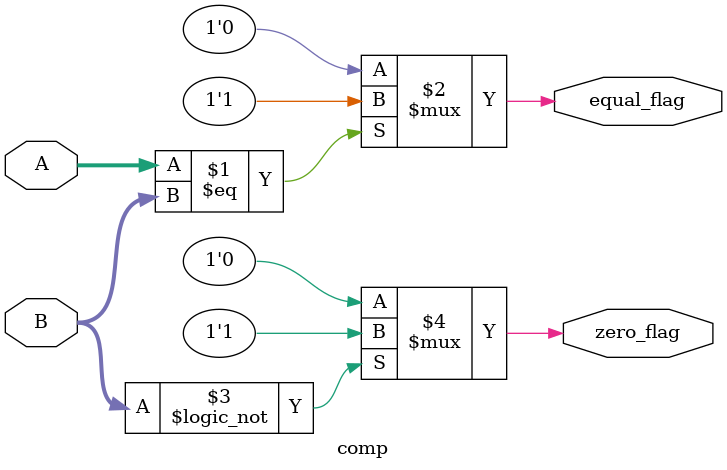
<source format=v>
`timescale 1ns / 1ps


module comp#(parameter K = 3)(

input wire [K-1:0] A,B,
output wire equal_flag,
output wire zero_flag

    );
    
assign equal_flag = (A == B) ? 1'b1 : 1'b0;

assign zero_flag = (B == 0) ? 1'b1 : 1'b0;

endmodule

</source>
